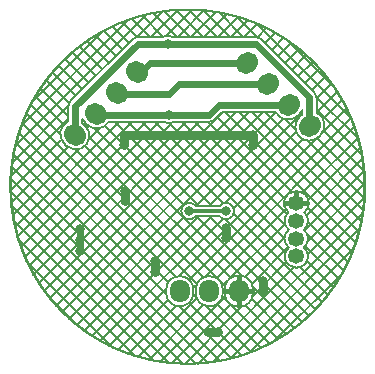
<source format=gbl>
G04*
G04 #@! TF.GenerationSoftware,Altium Limited,Altium Designer,21.2.2 (38)*
G04*
G04 Layer_Physical_Order=2*
G04 Layer_Color=16711680*
%FSLAX24Y24*%
%MOIN*%
G70*
G04*
G04 #@! TF.SameCoordinates,E4E59F50-D763-4BE6-A9F8-BCED566C8010*
G04*
G04*
G04 #@! TF.FilePolarity,Positive*
G04*
G01*
G75*
%ADD11C,0.0059*%
%ADD39C,0.0236*%
%ADD40C,0.0315*%
%ADD41C,0.0118*%
%ADD42C,0.0157*%
%ADD43O,0.0551X0.0512*%
G04:AMPARAMS|DCode=44|XSize=66.9mil|YSize=76.8mil|CornerRadius=0mil|HoleSize=0mil|Usage=FLASHONLY|Rotation=315.000|XOffset=0mil|YOffset=0mil|HoleType=Round|Shape=Round|*
%AMOVALD44*
21,1,0.0098,0.0669,0.0000,0.0000,45.0*
1,1,0.0669,-0.0035,-0.0035*
1,1,0.0669,0.0035,0.0035*
%
%ADD44OVALD44*%

G04:AMPARAMS|DCode=45|XSize=66.9mil|YSize=76.8mil|CornerRadius=0mil|HoleSize=0mil|Usage=FLASHONLY|Rotation=225.000|XOffset=0mil|YOffset=0mil|HoleType=Round|Shape=Round|*
%AMOVALD45*
21,1,0.0098,0.0669,0.0000,0.0000,315.0*
1,1,0.0669,-0.0035,0.0035*
1,1,0.0669,0.0035,-0.0035*
%
%ADD45OVALD45*%

%ADD46O,0.0669X0.0768*%
%ADD47C,0.0315*%
%ADD48C,0.0080*%
D11*
X11841Y5930D02*
G03*
X11841Y5930I-5906J0D01*
G01*
D39*
X2340Y4160D02*
Y4515D01*
Y3800D02*
Y4160D01*
X4254Y10687D02*
X8196D01*
X4649Y10042D02*
X7908D01*
X4353Y9746D02*
X4649Y10042D01*
X4246Y9746D02*
X4353D01*
X6619Y8319D02*
X6950Y8650D01*
X9300D01*
X5635Y9346D02*
X8604D01*
X5304Y9015D02*
X5635Y9346D01*
X5304Y8319D02*
X6619D01*
X2889D02*
X5304D01*
X3550Y9050D02*
X3677D01*
X3712Y9015D01*
X5304D01*
X2176Y8609D02*
X4254Y10687D01*
X2176Y7676D02*
Y8609D01*
X2158Y7658D02*
X2176Y7676D01*
X8196Y10687D02*
X9978Y8905D01*
Y7972D02*
Y8905D01*
Y7972D02*
X9996Y7954D01*
X2854Y8354D02*
X2889Y8319D01*
D40*
X3800Y7657D02*
X8082D01*
X6583Y1102D02*
X6933D01*
X7198Y4216D02*
Y4566D01*
X8440Y2423D02*
Y2773D01*
X3840Y5450D02*
Y5800D01*
X4840Y3090D02*
Y3440D01*
X8082Y7307D02*
Y7657D01*
X3800Y7307D02*
Y7657D01*
D41*
X5980Y5117D02*
X7193D01*
X5980Y5117D02*
X5980Y5117D01*
D42*
X9540Y5381D02*
X9914D01*
X9540D02*
Y5735D01*
X9166Y5381D02*
X9540D01*
X7624Y2447D02*
Y2930D01*
Y2447D02*
X8057D01*
X7191D02*
X7624D01*
Y1965D02*
Y2447D01*
D43*
X9540Y3609D02*
D03*
X9540Y4200D02*
D03*
X9540Y4791D02*
D03*
X9540Y5381D02*
D03*
D44*
X7908Y10042D02*
D03*
X8604Y9346D02*
D03*
X9300Y8650D02*
D03*
X9996Y7954D02*
D03*
D45*
X4246Y9746D02*
D03*
X3550Y9050D02*
D03*
X2854Y8354D02*
D03*
X2158Y7658D02*
D03*
D46*
X7624Y2447D02*
D03*
X6640D02*
D03*
X5656D02*
D03*
D47*
X6583Y1102D02*
D03*
X6933D02*
D03*
X7198Y4216D02*
D03*
Y4566D02*
D03*
X8440Y2773D02*
D03*
Y2423D02*
D03*
X3840Y5450D02*
D03*
Y5800D02*
D03*
X4840Y3090D02*
D03*
Y3440D02*
D03*
X7193Y5117D02*
D03*
X5980Y5117D02*
D03*
X8082Y7307D02*
D03*
Y7657D02*
D03*
X5250Y10700D02*
D03*
X5304Y8319D02*
D03*
X3800Y7307D02*
D03*
Y7657D02*
D03*
X7304Y7647D02*
D03*
X5970D02*
D03*
X2340Y3800D02*
D03*
Y4515D02*
D03*
Y4160D02*
D03*
D48*
X10215Y8905D02*
G03*
X10145Y9072I-237J0D01*
G01*
X10215Y8905D02*
G03*
X10146Y9072I-237J0D01*
G01*
X10351Y7668D02*
G03*
X10484Y7989I-321J321D01*
G01*
D02*
G03*
X10215Y8403I-453J0D01*
G01*
X9741Y8338D02*
G03*
X9710Y8309I290J-349D01*
G01*
X9641Y8240D02*
G03*
X10282Y7599I321J-321D01*
G01*
X9655Y8364D02*
G03*
X9741Y8484I-321J321D01*
G01*
X9954Y5381D02*
G03*
X9560Y5775I-394J0D01*
G01*
X8363Y10854D02*
G03*
X8196Y10924I-168J-167D01*
G01*
X8363Y10854D02*
G03*
X8196Y10924I-167J-167D01*
G01*
X8859Y8413D02*
G03*
X9586Y8295I406J202D01*
G01*
X6619Y8082D02*
G03*
X6787Y8152I0J237D01*
G01*
X6619Y8082D02*
G03*
X6787Y8152I0J237D01*
G01*
X9806Y5073D02*
G03*
X9954Y5381I-246J308D01*
G01*
X9934Y4791D02*
G03*
X9806Y5073I-375J0D01*
G01*
X9790Y4495D02*
G03*
X9934Y4791I-231J295D01*
G01*
X9934Y3609D02*
G03*
X9790Y3905I-375J0D01*
G01*
X9934Y4200D02*
G03*
X9790Y4495I-375J0D01*
G01*
X9790Y3905D02*
G03*
X9934Y4200I-231J295D01*
G01*
X9560Y3235D02*
G03*
X9934Y3609I0J375D01*
G01*
X9520Y5775D02*
G03*
X9274Y5073I0J-394D01*
G01*
X9290Y3905D02*
G03*
X9520Y3235I231J-295D01*
G01*
X9274Y5073D02*
G03*
X9290Y4495I246J-282D01*
G01*
D02*
G03*
X9290Y3905I231J-295D01*
G01*
X6982Y4940D02*
G03*
X7469Y5117I211J178D01*
G01*
D02*
G03*
X6982Y5295I-276J0D01*
G01*
X8097Y2496D02*
G03*
X7151Y2496I-473J0D01*
G01*
Y2398D02*
G03*
X8097Y2398I473J0D01*
G01*
X11814Y5930D02*
G03*
X5908Y11835I-5906J0D01*
G01*
D02*
G03*
X3Y5930I0J-5906D01*
G01*
X5412Y10924D02*
G03*
X5088Y10924I-162J-224D01*
G01*
X4254D02*
G03*
X4087Y10854I0J-237D01*
G01*
X4254Y10924D02*
G03*
X4087Y10854I0J-237D01*
G01*
X5162Y8082D02*
G03*
X5446Y8082I142J237D01*
G01*
X2009Y8776D02*
G03*
X1939Y8609I167J-168D01*
G01*
X2009Y8776D02*
G03*
X1939Y8609I167J-167D01*
G01*
X2413Y8188D02*
G03*
X2499Y8068I406J201D01*
G01*
X2444Y8013D02*
G03*
X2413Y8042I-321J-321D01*
G01*
X2568Y7999D02*
G03*
X3275Y8082I321J321D01*
G01*
X2646Y7623D02*
G03*
X2513Y7944I-453J0D01*
G01*
X1872Y7303D02*
G03*
X2646Y7623I321J321D01*
G01*
X1939Y8107D02*
G03*
X1803Y7372I184J-414D01*
G01*
X7093Y2496D02*
G03*
X6187Y2496I-453J0D01*
G01*
Y2398D02*
G03*
X7093Y2398I453J0D01*
G01*
X5908Y24D02*
G03*
X11814Y5930I0J5906D01*
G01*
X6191Y5295D02*
G03*
X6191Y4940I-211J-178D01*
G01*
X3Y5930D02*
G03*
X5908Y24I5906J0D01*
G01*
X6109Y2496D02*
G03*
X5202Y2496I-453J0D01*
G01*
Y2398D02*
G03*
X6109Y2398I453J0D01*
G01*
X10215Y8874D02*
X10710Y9368D01*
X10215Y8428D02*
X10889Y9103D01*
X10213Y8935D02*
X11583Y7565D01*
X10391Y7713D02*
X11210Y8532D01*
X10215Y8403D02*
Y8905D01*
X10432Y8200D02*
X11056Y8824D01*
X9611Y9606D02*
X10098Y10093D01*
X9834Y9384D02*
X10314Y9863D01*
X9389Y9829D02*
X9870Y10310D01*
X9611Y9606D02*
X10098Y10093D01*
X8236Y11357D02*
X11336Y8258D01*
X9218Y10821D02*
X10799Y9240D01*
X8363Y10854D02*
X10145Y9072D01*
X10057Y9161D02*
X10518Y9622D01*
X10215Y8488D02*
X11719Y6983D01*
X10282Y7599D02*
X10351Y7668D01*
X10246Y7566D02*
X11814Y5998D01*
X9896Y7471D02*
X11803Y5564D01*
X10447Y7810D02*
X11789Y6468D01*
X9941Y5482D02*
X11673Y7214D01*
X9741Y8338D02*
Y8484D01*
X9744Y5730D02*
X11582Y7568D01*
X6636Y5295D02*
X9741Y8400D01*
X8250Y10918D02*
X8546Y11214D01*
X7811Y10924D02*
X8242Y11355D01*
X8943Y10274D02*
X9378Y10709D01*
X9166Y10052D02*
X9630Y10516D01*
X8498Y10720D02*
X8836Y11058D01*
X8720Y10497D02*
X9113Y10890D01*
X6962Y11741D02*
X7779Y10924D01*
X6920D02*
X7588Y11592D01*
X6446Y11811D02*
X7333Y10924D01*
X6475D02*
X7235Y11684D01*
X7544Y11605D02*
X8226Y10922D01*
X7048Y8413D02*
X8859D01*
X7365Y10924D02*
X7923Y11481D01*
X6787Y8152D02*
X7048Y8413D01*
X9586Y8295D02*
X9655Y8364D01*
X9641Y8240D02*
X9710Y8309D01*
X9550Y8262D02*
X9608Y8204D01*
X9200Y8167D02*
X9513Y7854D01*
X9520Y5775D02*
X9560D01*
X6887Y8252D02*
X9387Y5752D01*
X6612Y8082D02*
X9158Y5536D01*
X6191Y5295D02*
X9092Y8196D01*
X7180Y5393D02*
X9539Y7753D01*
X6191Y5295D02*
X6982D01*
X8508Y8413D02*
X11763Y5158D01*
X9884Y4979D02*
X11744Y6839D01*
X9928Y4133D02*
X11813Y6018D01*
X9927Y3686D02*
X11802Y5562D01*
X9820Y4470D02*
X11792Y6442D01*
X9920Y5220D02*
X11395Y3745D01*
X7617Y8413D02*
X11616Y4414D01*
X8062Y8413D02*
X11700Y4776D01*
X7172Y8413D02*
X11514Y4071D01*
X7450Y5218D02*
X9750Y7518D01*
X6494Y2926D02*
X11474Y7905D01*
X6775Y88D02*
X11750Y5064D01*
X7450Y5017D02*
X10387Y2080D01*
X6636Y4940D02*
X9951Y1625D01*
X9933Y4761D02*
X11260Y3434D01*
X9906Y4342D02*
X11112Y3137D01*
X9845Y3958D02*
X10949Y2854D01*
X9902Y3456D02*
X10774Y2583D01*
X7180Y4841D02*
X10175Y1847D01*
X9663Y3249D02*
X10587Y2326D01*
X7180Y4841D02*
X10175Y1847D01*
X7330Y198D02*
X11640Y4509D01*
X7975Y398D02*
X11441Y3863D01*
X6191Y4939D02*
X9715Y1415D01*
X8808Y785D02*
X11053Y3031D01*
X8051Y2701D02*
X9271Y3921D01*
X9520Y3235D02*
X9560D01*
X7828Y2923D02*
X9148Y4244D01*
X8085Y2289D02*
X9204Y3409D01*
X6889Y2875D02*
X9186Y5172D01*
X6191Y4940D02*
X6982D01*
X7302Y2843D02*
X9157Y4698D01*
X6277Y36D02*
X9478Y3237D01*
X8097Y2398D02*
Y2496D01*
X8086Y2599D02*
X9468Y1217D01*
X8049Y2190D02*
X9208Y1032D01*
X7825Y1970D02*
X8935Y859D01*
X7077Y2618D02*
X7278Y2819D01*
X7151Y2398D02*
Y2496D01*
X6187Y2398D02*
Y2496D01*
X7093Y2398D02*
Y2496D01*
X7076Y2273D02*
X8650Y699D01*
X6886Y2017D02*
X8350Y553D01*
X6487Y1971D02*
X8037Y421D01*
X5182Y10968D02*
X6048Y11834D01*
X5542Y11824D02*
X6443Y10924D01*
X5136Y11785D02*
X5997Y10924D01*
X4754Y11722D02*
X5552Y10924D01*
X5977Y11835D02*
X6888Y10924D01*
X5584D02*
X6469Y11809D01*
X6029Y10924D02*
X6863Y11758D01*
X4693Y10924D02*
X5596Y11827D01*
X4247Y10924D02*
X5104Y11780D01*
X4393Y11638D02*
X5099Y10931D01*
X4050Y11535D02*
X4661Y10924D01*
X160Y7281D02*
X4557Y11679D01*
X346Y7913D02*
X3925Y11492D01*
X3723Y11416D02*
X4218Y10921D01*
X5412Y10924D02*
X8196D01*
X4254D02*
X5088D01*
X5446Y8082D02*
X6619D01*
X4384D02*
X7092Y5375D01*
X3412Y11282D02*
X3963Y10731D01*
X2009Y8776D02*
X4087Y10854D01*
X3115Y11133D02*
X3740Y10508D01*
X2832Y10971D02*
X3518Y10285D01*
X3939Y8082D02*
X6726Y5295D01*
X3939Y8082D02*
X6726Y5295D01*
X3275Y8082D02*
X5162D01*
X3168Y7962D02*
X5802Y5329D01*
X2562Y10796D02*
X3295Y10063D01*
X2304Y10608D02*
X3072Y9840D01*
X2059Y10408D02*
X2850Y9617D01*
X1825Y10196D02*
X2627Y9394D01*
X1825Y10196D02*
X2627Y9394D01*
X1939Y8107D02*
Y8609D01*
X699Y8712D02*
X3127Y11139D01*
X1603Y9972D02*
X2404Y9172D01*
X1394Y9737D02*
X2182Y8949D01*
X1196Y9489D02*
X1966Y8719D01*
X1011Y9229D02*
X1939Y8301D01*
X58Y6734D02*
X1939Y8616D01*
X838Y8957D02*
X1792Y8002D01*
X678Y8671D02*
X1670Y7679D01*
X2499Y8068D02*
X2568Y7999D01*
X2444Y8013D02*
X2513Y7944D01*
X2637Y7531D02*
X2981Y7875D01*
X2555Y7895D02*
X2617Y7957D01*
X2413Y8042D02*
Y8188D01*
X1803Y7372D02*
X1872Y7303D01*
X11Y6242D02*
X1939Y8170D01*
X30Y5370D02*
X1921Y7261D01*
X5Y5790D02*
X1713Y7499D01*
X5721Y8082D02*
X9191Y4612D01*
X6166Y8082D02*
X9226Y5022D01*
X3494Y8082D02*
X6281Y5295D01*
X5314Y8043D02*
X9146Y4212D01*
X5958Y2835D02*
X11349Y8226D01*
X5626Y2949D02*
X10237Y7559D01*
X4830Y8082D02*
X9170Y3742D01*
X2813Y7872D02*
X7727Y2958D01*
X1323Y2209D02*
X7527Y8413D01*
X2645Y7594D02*
X7355Y2885D01*
X1129Y2461D02*
X7082Y8413D01*
X948Y2725D02*
X6306Y8082D01*
X1746Y1741D02*
X8418Y8413D01*
X1975Y1525D02*
X8861Y8410D01*
X1528Y1969D02*
X7973Y8413D01*
X1746Y1741D02*
X8418Y8413D01*
X5955Y2058D02*
X7707Y305D01*
X5621Y1946D02*
X7361Y206D01*
X5821Y25D02*
X7733Y1938D01*
X4999Y95D02*
X7170Y2265D01*
X5397Y47D02*
X7357Y2007D01*
X2502Y7292D02*
X7169Y2625D01*
X2736Y949D02*
X6726Y4940D01*
X2179Y7170D02*
X6444Y2905D01*
X2470Y1129D02*
X6281Y4940D01*
X104Y7018D02*
X6996Y125D01*
X3014Y782D02*
X7092Y4860D01*
X45Y6632D02*
X6610Y66D01*
X4625Y166D02*
X6447Y1988D01*
X625Y3292D02*
X5389Y8056D01*
X357Y3916D02*
X4524Y8082D01*
X484Y3596D02*
X4969Y8082D01*
X532Y8372D02*
X6225Y2679D01*
X780Y3002D02*
X5860Y8082D01*
X400Y8058D02*
X5527Y2931D01*
X284Y7729D02*
X5273Y2740D01*
X247Y4251D02*
X4079Y8082D01*
X184Y7383D02*
X5204Y2363D01*
X154Y4603D02*
X3633Y8082D01*
X81Y4975D02*
X2285Y7179D01*
X10Y6221D02*
X6199Y32D01*
X5Y5781D02*
X5759Y26D01*
X36Y5304D02*
X5282Y58D01*
X6107Y2539D02*
X6211Y2642D01*
X6109Y2398D02*
Y2496D01*
X5202Y2398D02*
Y2496D01*
X6107Y2351D02*
X6213Y2245D01*
X4270Y256D02*
X6226Y2213D01*
X3933Y365D02*
X5531Y1962D01*
X2217Y1321D02*
X5802Y4906D01*
X3306Y629D02*
X5203Y2526D01*
X545Y3459D02*
X3438Y566D01*
X1223Y2336D02*
X2314Y1244D01*
X116Y4778D02*
X4757Y138D01*
X3612Y489D02*
X5275Y2152D01*
X268Y4182D02*
X4160Y289D01*
M02*

</source>
